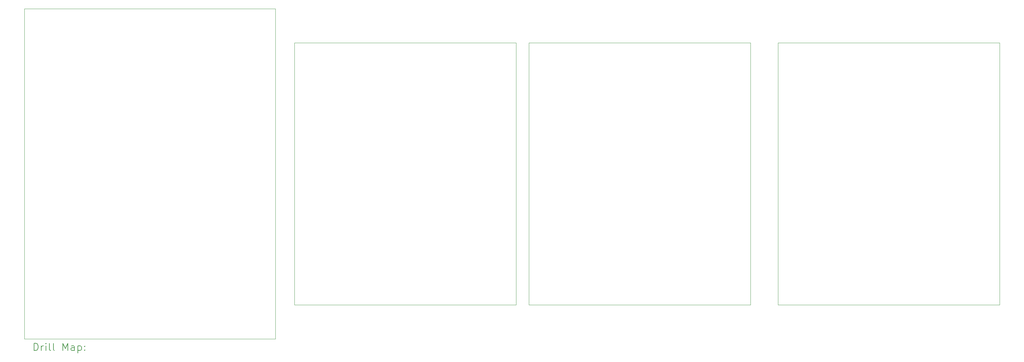
<source format=gbr>
%TF.GenerationSoftware,KiCad,Pcbnew,8.0.6*%
%TF.CreationDate,2024-12-22T20:43:38-05:00*%
%TF.ProjectId,flowcontrol_BL,666c6f77-636f-46e7-9472-6f6c5f424c2e,rev?*%
%TF.SameCoordinates,Original*%
%TF.FileFunction,Drillmap*%
%TF.FilePolarity,Positive*%
%FSLAX45Y45*%
G04 Gerber Fmt 4.5, Leading zero omitted, Abs format (unit mm)*
G04 Created by KiCad (PCBNEW 8.0.6) date 2024-12-22 20:43:38*
%MOMM*%
%LPD*%
G01*
G04 APERTURE LIST*
%ADD10C,0.050000*%
%ADD11C,0.200000*%
G04 APERTURE END LIST*
D10*
X1887000Y-3975000D02*
X8687000Y-3975000D01*
X8687000Y-12925000D01*
X1887000Y-12925000D01*
X1887000Y-3975000D01*
X9198250Y-4900000D02*
X15198250Y-4900000D01*
X15198250Y-12000000D01*
X9198250Y-12000000D01*
X9198250Y-4900000D01*
X22300000Y-4900000D02*
X28300000Y-4900000D01*
X28300000Y-12000000D01*
X22300000Y-12000000D01*
X22300000Y-4900000D01*
X15550000Y-4900000D02*
X21550000Y-4900000D01*
X21550000Y-12000000D01*
X15550000Y-12000000D01*
X15550000Y-4900000D01*
D11*
X2145277Y-13238984D02*
X2145277Y-13038984D01*
X2145277Y-13038984D02*
X2192896Y-13038984D01*
X2192896Y-13038984D02*
X2221467Y-13048508D01*
X2221467Y-13048508D02*
X2240515Y-13067555D01*
X2240515Y-13067555D02*
X2250039Y-13086603D01*
X2250039Y-13086603D02*
X2259563Y-13124698D01*
X2259563Y-13124698D02*
X2259563Y-13153269D01*
X2259563Y-13153269D02*
X2250039Y-13191365D01*
X2250039Y-13191365D02*
X2240515Y-13210412D01*
X2240515Y-13210412D02*
X2221467Y-13229460D01*
X2221467Y-13229460D02*
X2192896Y-13238984D01*
X2192896Y-13238984D02*
X2145277Y-13238984D01*
X2345277Y-13238984D02*
X2345277Y-13105650D01*
X2345277Y-13143746D02*
X2354801Y-13124698D01*
X2354801Y-13124698D02*
X2364324Y-13115174D01*
X2364324Y-13115174D02*
X2383372Y-13105650D01*
X2383372Y-13105650D02*
X2402420Y-13105650D01*
X2469086Y-13238984D02*
X2469086Y-13105650D01*
X2469086Y-13038984D02*
X2459563Y-13048508D01*
X2459563Y-13048508D02*
X2469086Y-13058031D01*
X2469086Y-13058031D02*
X2478610Y-13048508D01*
X2478610Y-13048508D02*
X2469086Y-13038984D01*
X2469086Y-13038984D02*
X2469086Y-13058031D01*
X2592896Y-13238984D02*
X2573848Y-13229460D01*
X2573848Y-13229460D02*
X2564324Y-13210412D01*
X2564324Y-13210412D02*
X2564324Y-13038984D01*
X2697658Y-13238984D02*
X2678610Y-13229460D01*
X2678610Y-13229460D02*
X2669086Y-13210412D01*
X2669086Y-13210412D02*
X2669086Y-13038984D01*
X2926229Y-13238984D02*
X2926229Y-13038984D01*
X2926229Y-13038984D02*
X2992896Y-13181841D01*
X2992896Y-13181841D02*
X3059562Y-13038984D01*
X3059562Y-13038984D02*
X3059562Y-13238984D01*
X3240515Y-13238984D02*
X3240515Y-13134222D01*
X3240515Y-13134222D02*
X3230991Y-13115174D01*
X3230991Y-13115174D02*
X3211943Y-13105650D01*
X3211943Y-13105650D02*
X3173848Y-13105650D01*
X3173848Y-13105650D02*
X3154801Y-13115174D01*
X3240515Y-13229460D02*
X3221467Y-13238984D01*
X3221467Y-13238984D02*
X3173848Y-13238984D01*
X3173848Y-13238984D02*
X3154801Y-13229460D01*
X3154801Y-13229460D02*
X3145277Y-13210412D01*
X3145277Y-13210412D02*
X3145277Y-13191365D01*
X3145277Y-13191365D02*
X3154801Y-13172317D01*
X3154801Y-13172317D02*
X3173848Y-13162793D01*
X3173848Y-13162793D02*
X3221467Y-13162793D01*
X3221467Y-13162793D02*
X3240515Y-13153269D01*
X3335753Y-13105650D02*
X3335753Y-13305650D01*
X3335753Y-13115174D02*
X3354801Y-13105650D01*
X3354801Y-13105650D02*
X3392896Y-13105650D01*
X3392896Y-13105650D02*
X3411943Y-13115174D01*
X3411943Y-13115174D02*
X3421467Y-13124698D01*
X3421467Y-13124698D02*
X3430991Y-13143746D01*
X3430991Y-13143746D02*
X3430991Y-13200888D01*
X3430991Y-13200888D02*
X3421467Y-13219936D01*
X3421467Y-13219936D02*
X3411943Y-13229460D01*
X3411943Y-13229460D02*
X3392896Y-13238984D01*
X3392896Y-13238984D02*
X3354801Y-13238984D01*
X3354801Y-13238984D02*
X3335753Y-13229460D01*
X3516705Y-13219936D02*
X3526229Y-13229460D01*
X3526229Y-13229460D02*
X3516705Y-13238984D01*
X3516705Y-13238984D02*
X3507182Y-13229460D01*
X3507182Y-13229460D02*
X3516705Y-13219936D01*
X3516705Y-13219936D02*
X3516705Y-13238984D01*
X3516705Y-13115174D02*
X3526229Y-13124698D01*
X3526229Y-13124698D02*
X3516705Y-13134222D01*
X3516705Y-13134222D02*
X3507182Y-13124698D01*
X3507182Y-13124698D02*
X3516705Y-13115174D01*
X3516705Y-13115174D02*
X3516705Y-13134222D01*
M02*

</source>
